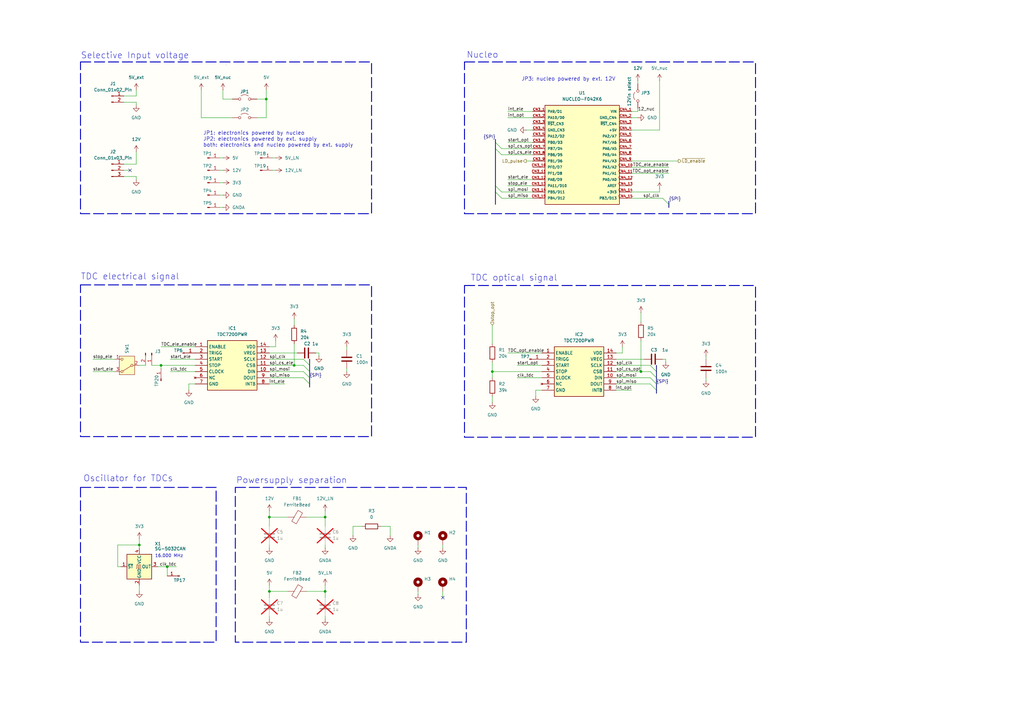
<source format=kicad_sch>
(kicad_sch (version 20231120) (generator "eeschema") (generator_version "8.0")
  (paper "A3")
  (title_block (title "Power, Nucleo, TDC") (rev "0.1") (comment 2 "schematics") (comment 3 "w.i.p.") (comment 8 "M. Schär"))
  (lib_symbols
    (symbol "Connector:Conn_01x01_Pin" (pin_names (offset 1.016) hide)
      (property "Reference" "J" (at 0 2.54 0))
      (property "Value" "Conn_01x01_Pin" (at 0 -2.54 0))
      (symbol "Conn_01x01_Pin_1_1"
        (polyline (pts (xy 1.27 0) (xy 0.8636 0)) (stroke (width 0.1524)))
        (rectangle (start 0.8636 0.127) (end 0 -0.127) (stroke (width 0.1524)) (fill (type outline)))
        (pin passive line (at 5.08 0 180) (length 3.81) (name "Pin_1") (number "1"))
      )
    )
    (symbol "Connector:Conn_01x02_Pin" (pin_names (offset 1.016) hide)
      (property "Reference" "J" (at 0 2.54 0))
      (property "Value" "Conn_01x02_Pin" (at 0 -5.08 0))
      (symbol "Conn_01x02_Pin_1_1"
        (polyline (pts (xy 1.27 -2.54) (xy 0.8636 -2.54)) (stroke (width 0.1524)))
        (polyline (pts (xy 1.27 0) (xy 0.8636 0)) (stroke (width 0.1524)))
        (rectangle (start 0.8636 -2.413) (end 0 -2.667) (stroke (width 0.1524)) (fill (type outline)))
        (rectangle (start 0.8636 0.127) (end 0 -0.127) (stroke (width 0.1524)) (fill (type outline)))
        (pin passive line (at 5.08 0 180) (length 3.81) (name "Pin_1") (number "1"))
        (pin passive line (at 5.08 -2.54 180) (length 3.81) (name "Pin_2") (number "2"))
      )
    )
    (symbol "Connector:Conn_01x03_Pin" (pin_names (offset 1.016) hide)
      (property "Reference" "J" (at 0 5.08 0))
      (property "Value" "Conn_01x03_Pin" (at 0 -5.08 0))
      (symbol "Conn_01x03_Pin_1_1"
        (polyline (pts (xy 1.27 -2.54) (xy 0.8636 -2.54)) (stroke (width 0.1524)))
        (polyline (pts (xy 1.27 0) (xy 0.8636 0)) (stroke (width 0.1524)))
        (polyline (pts (xy 1.27 2.54) (xy 0.8636 2.54)) (stroke (width 0.1524)))
        (rectangle (start 0.8636 -2.413) (end 0 -2.667) (stroke (width 0.1524)) (fill (type outline)))
        (rectangle (start 0.8636 0.127) (end 0 -0.127) (stroke (width 0.1524)) (fill (type outline)))
        (rectangle (start 0.8636 2.667) (end 0 2.413) (stroke (width 0.1524)) (fill (type outline)))
        (pin passive line (at 5.08 2.54 180) (length 3.81) (name "Pin_1") (number "1"))
        (pin passive line (at 5.08 0 180) (length 3.81) (name "Pin_2") (number "2"))
        (pin passive line (at 5.08 -2.54 180) (length 3.81) (name "Pin_3") (number "3"))
      )
    )
    (symbol "Device:C" (pin_numbers hide) (pin_names (offset 0.254))
      (property "Reference" "C" (at 0.635 2.54 0))
      (property "Value" "C" (at 0.635 -2.54 0))
      (symbol "C_0_1"
        (polyline (pts (xy -2.032 -0.762) (xy 2.032 -0.762)) (stroke (width 0.508)))
        (polyline (pts (xy -2.032 0.762) (xy 2.032 0.762)) (stroke (width 0.508)))
      )
      (symbol "C_1_1"
        (pin passive line (at 0 3.81 270) (length 2.794) (name "~") (number "1"))
        (pin passive line (at 0 -3.81 90) (length 2.794) (name "~") (number "2"))
      )
    )
    (symbol "Device:FerriteBead" (pin_numbers hide) (pin_names (offset 0))
      (property "Reference" "FB" (at -3.81 0.635 90))
      (property "Value" "FerriteBead" (at 3.81 0 90))
      (symbol "FerriteBead_0_1"
        (polyline (pts (xy 0 -1.27) (xy 0 -1.2192)))
        (polyline (pts (xy 0 1.27) (xy 0 1.2954)))
        (polyline (pts (xy -2.7686 0.4064) (xy -1.7018 2.2606) (xy 2.7686 -0.3048) (xy 1.6764 -2.159) (xy -2.7686 0.4064)))
      )
      (symbol "FerriteBead_1_1"
        (pin passive line (at 0 3.81 270) (length 2.54) (name "~") (number "1"))
        (pin passive line (at 0 -3.81 90) (length 2.54) (name "~") (number "2"))
      )
    )
    (symbol "Device:R" (pin_numbers hide) (pin_names (offset 0))
      (property "Reference" "R" (at 2.032 0 90))
      (property "Value" "R" (at 0 0 90))
      (symbol "R_0_1"
        (rectangle (start -1.016 -2.54) (end 1.016 2.54) (stroke (width 0.254)))
      )
      (symbol "R_1_1"
        (pin passive line (at 0 3.81 270) (length 1.27) (name "~") (number "1"))
        (pin passive line (at 0 -3.81 90) (length 1.27) (name "~") (number "2"))
      )
    )
    (symbol "Jumper:Jumper_2_Open" (pin_numbers hide) (pin_names (offset 0) hide) (exclude_from_sim yes)
      (property "Reference" "JP" (at 0 2.794 0))
      (property "Value" "Jumper_2_Open" (at 0 -2.286 0))
      (symbol "Jumper_2_Open_0_0"
        (circle (center -2.032 0) (radius 0.508))
        (circle (center 2.032 0) (radius 0.508))
      )
      (symbol "Jumper_2_Open_0_1"
        (arc (start 1.524 1.27) (mid 0 1.778) (end -1.524 1.27))
      )
      (symbol "Jumper_2_Open_1_1"
        (pin passive line (at -5.08 0 0) (length 2.54) (name "A") (number "1"))
        (pin passive line (at 5.08 0 180) (length 2.54) (name "B") (number "2"))
      )
    )
    (symbol "Mechanical:MountingHole_Pad" (pin_numbers hide) (pin_names (offset 1.016) hide) (exclude_from_sim yes) (in_bom no)
      (property "Reference" "H" (at 0 6.35 0))
      (property "Value" "MountingHole_Pad" (at 0 4.445 0))
      (symbol "MountingHole_Pad_0_1"
        (circle (center 0 1.27) (radius 1.27) (stroke (width 1.27)))
      )
      (symbol "MountingHole_Pad_1_1"
        (pin input line (at 0 -2.54 90) (length 2.54) (name "1") (number "1"))
      )
    )
    (symbol "NUCLEO-F042K6:NUCLEO-F042K6" (pin_names (offset 1.016))
      (property "Reference" "U" (at -15.24 21.082 0))
      (property "Value" "NUCLEO-F042K6" (at -15.24 -22.86 0))
      (symbol "NUCLEO-F042K6_0_0"
        (rectangle (start -15.24 -20.32) (end 15.24 20.32) (stroke (width 0.254)) (fill (type background)))
        (pin bidirectional line (at -20.32 17.78 0) (length 5.08) (name "PA9/D1") (number "CN3_1"))
        (pin bidirectional line (at -20.32 -5.08 0) (length 5.08) (name "PF0/D7") (number "CN3_10"))
        (pin bidirectional line (at -20.32 -7.62 0) (length 5.08) (name "PF1/D8") (number "CN3_11"))
        (pin bidirectional line (at -20.32 -10.16 0) (length 5.08) (name "PA8/D9") (number "CN3_12"))
        (pin bidirectional line (at -20.32 -12.7 0) (length 5.08) (name "PA11/D10") (number "CN3_13"))
        (pin bidirectional line (at -20.32 -15.24 0) (length 5.08) (name "PB5/D11") (number "CN3_14"))
        (pin bidirectional line (at -20.32 -17.78 0) (length 5.08) (name "PB4/D12") (number "CN3_15"))
        (pin bidirectional line (at -20.32 15.24 0) (length 5.08) (name "PA10/D0") (number "CN3_2"))
        (pin bidirectional line (at -20.32 12.7 0) (length 5.08) (name "~{RST}_CN3") (number "CN3_3"))
        (pin power_in line (at -20.32 10.16 0) (length 5.08) (name "GND_CN3") (number "CN3_4"))
        (pin bidirectional line (at -20.32 7.62 0) (length 5.08) (name "PA12/D2") (number "CN3_5"))
        (pin bidirectional line (at -20.32 5.08 0) (length 5.08) (name "PB0/D3") (number "CN3_6"))
        (pin bidirectional line (at -20.32 2.54 0) (length 5.08) (name "PB7/D4") (number "CN3_7"))
        (pin bidirectional line (at -20.32 0 0) (length 5.08) (name "PB6/D5") (number "CN3_8"))
        (pin bidirectional line (at -20.32 -2.54 0) (length 5.08) (name "PB1/D6") (number "CN3_9"))
        (pin power_in line (at 20.32 17.78 180) (length 5.08) (name "VIN") (number "CN4_1"))
        (pin bidirectional line (at 20.32 -5.08 180) (length 5.08) (name "PA3/A2") (number "CN4_10"))
        (pin bidirectional line (at 20.32 -7.62 180) (length 5.08) (name "PA1/A1") (number "CN4_11"))
        (pin bidirectional line (at 20.32 -10.16 180) (length 5.08) (name "PA0/A0") (number "CN4_12"))
        (pin input line (at 20.32 -12.7 180) (length 5.08) (name "AREF") (number "CN4_13"))
        (pin power_in line (at 20.32 -15.24 180) (length 5.08) (name "+3V3") (number "CN4_14"))
        (pin bidirectional line (at 20.32 -17.78 180) (length 5.08) (name "PB3/D13") (number "CN4_15"))
        (pin power_in line (at 20.32 15.24 180) (length 5.08) (name "GND_CN4") (number "CN4_2"))
        (pin bidirectional line (at 20.32 12.7 180) (length 5.08) (name "~{RST}_CN4") (number "CN4_3"))
        (pin power_in line (at 20.32 10.16 180) (length 5.08) (name "+5V") (number "CN4_4"))
        (pin bidirectional line (at 20.32 7.62 180) (length 5.08) (name "PA2/A7") (number "CN4_5"))
        (pin bidirectional line (at 20.32 5.08 180) (length 5.08) (name "PA7/A6") (number "CN4_6"))
        (pin bidirectional line (at 20.32 2.54 180) (length 5.08) (name "PA6/A5") (number "CN4_7"))
        (pin bidirectional line (at 20.32 0 180) (length 5.08) (name "PA5/A4") (number "CN4_8"))
        (pin bidirectional line (at 20.32 -2.54 180) (length 5.08) (name "PA4/A3") (number "CN4_9"))
      )
    )
    (symbol "Oscillator:SG-5032CAN" (pin_names (offset 0.254))
      (property "Reference" "X" (at -5.08 6.35 0))
      (property "Value" "SG-5032CAN" (at 1.27 -6.35 0))
      (symbol "SG-5032CAN_0_1"
        (rectangle (start -5.08 5.08) (end 5.08 -5.08) (stroke (width 0.254)) (fill (type background)))
        (polyline (pts (xy -1.27 -0.762) (xy -1.016 -0.762) (xy -1.016 0.762) (xy -0.508 0.762) (xy -0.508 -0.762) (xy 0 -0.762) (xy 0 0.762) (xy 0.508 0.762) (xy 0.508 -0.762) (xy 0.762 -0.762)))
      )
      (symbol "SG-5032CAN_1_1"
        (pin input line (at -7.62 0 0) (length 2.54) (name "~{ST}") (number "1"))
        (pin power_in line (at 0 -7.62 90) (length 2.54) (name "GND") (number "2"))
        (pin output line (at 7.62 0 180) (length 2.54) (name "OUT") (number "3"))
        (pin power_in line (at 0 7.62 270) (length 2.54) (name "VCC") (number "4"))
      )
    )
    (symbol "Switch:SW_Nidec_CAS-120A1" (pin_names (offset 1) hide)
      (property "Reference" "SW" (at 0 4.318 0))
      (property "Value" "SW_Nidec_CAS-120A1" (at 0 -5.08 0))
      (symbol "SW_Nidec_CAS-120A1_0_1"
        (circle (center -2.032 0) (radius 0.4572))
        (polyline (pts (xy -1.651 0.254) (xy 1.651 2.286)))
        (circle (center 2.032 -2.54) (radius 0.4572))
        (circle (center 2.032 2.54) (radius 0.4572))
      )
      (symbol "SW_Nidec_CAS-120A1_1_1"
        (rectangle (start -3.175 3.81) (end 3.175 -3.81) (fill (type background)))
        (pin passive line (at 5.08 -2.54 180) (length 2.54) (name "C") (number "1"))
        (pin passive line (at -5.08 0 0) (length 2.54) (name "B") (number "2"))
        (pin passive line (at 5.08 2.54 180) (length 2.54) (name "A") (number "3"))
      )
    )
    (symbol "TDC7200PWR:TDC7200PWR"
      (property "Reference" "IC" (at 26.67 7.62 0))
      (property "Value" "TDC7200PWR" (at 26.67 5.08 0))
      (symbol "TDC7200PWR_1_1"
        (rectangle (start 5.08 2.54) (end 25.4 -17.78) (stroke (width 0.254)) (fill (type background)))
        (pin passive line (at 0 0 0) (length 5.08) (name "ENABLE") (number "1"))
        (pin passive line (at 30.48 -10.16 180) (length 5.08) (name "DIN") (number "10"))
        (pin passive line (at 30.48 -7.62 180) (length 5.08) (name "CSB") (number "11"))
        (pin passive line (at 30.48 -5.08 180) (length 5.08) (name "SCLK") (number "12"))
        (pin passive line (at 30.48 -2.54 180) (length 5.08) (name "VREG") (number "13"))
        (pin passive line (at 30.48 0 180) (length 5.08) (name "VDD") (number "14"))
        (pin passive line (at 0 -2.54 0) (length 5.08) (name "TRIGG") (number "2"))
        (pin passive line (at 0 -5.08 0) (length 5.08) (name "START") (number "3"))
        (pin passive line (at 0 -7.62 0) (length 5.08) (name "STOP") (number "4"))
        (pin passive line (at 0 -10.16 0) (length 5.08) (name "CLOCK") (number "5"))
        (pin no_connect line (at 0 -12.7 0) (length 5.08) (name "NC") (number "6"))
        (pin passive line (at 0 -15.24 0) (length 5.08) (name "GND") (number "7"))
        (pin passive line (at 30.48 -15.24 180) (length 5.08) (name "INTB") (number "8"))
        (pin passive line (at 30.48 -12.7 180) (length 5.08) (name "DOUT") (number "9"))
      )
    )
    (symbol "power:+12V" (power) (pin_numbers hide) (pin_names (offset 0) hide)
      (property "Value" "+12V" (at 0 3.556 0))
      (symbol "+12V_0_1"
        (polyline (pts (xy -0.762 1.27) (xy 0 2.54)))
        (polyline (pts (xy 0 0) (xy 0 2.54)))
        (polyline (pts (xy 0 2.54) (xy 0.762 1.27)))
      )
      (symbol "+12V_1_1"
        (pin power_in line (at 0 0 90) (length 0) (name "~") (number "1"))
      )
    )
    (symbol "power:+5VP" (power) (pin_numbers hide) (pin_names (offset 0) hide)
      (property "Value" "+5VP" (at 0 3.556 0))
      (symbol "+5VP_0_1"
        (polyline (pts (xy -0.762 1.27) (xy 0 2.54)))
        (polyline (pts (xy 0 0) (xy 0 2.54)))
        (polyline (pts (xy 0 2.54) (xy 0.762 1.27)))
      )
      (symbol "+5VP_1_1"
        (pin power_in line (at 0 0 90) (length 0) (name "~") (number "1"))
      )
    )
    (symbol "power:GND" (power) (pin_numbers hide) (pin_names (offset 0) hide)
      (property "Value" "GND" (at 0 -3.81 0))
      (symbol "GND_0_1"
        (polyline (pts (xy 0 0) (xy 0 -1.27) (xy 1.27 -1.27) (xy 0 -2.54) (xy -1.27 -1.27) (xy 0 -1.27)))
      )
      (symbol "GND_1_1"
        (pin power_in line (at 0 0 270) (length 0) (name "~") (number "1"))
      )
    )
    (symbol "power:GNDA" (power) (pin_numbers hide) (pin_names (offset 0) hide)
      (property "Value" "GNDA" (at 0 -3.81 0))
      (symbol "GNDA_0_1"
        (polyline (pts (xy 0 0) (xy 0 -1.27) (xy 1.27 -1.27) (xy 0 -2.54) (xy -1.27 -1.27) (xy 0 -1.27)))
      )
      (symbol "GNDA_1_1"
        (pin power_in line (at 0 0 270) (length 0) (name "~") (number "1"))
      )
    )
  )
  (bus_alias "SPI" (members "spi_cs_opt" "spi_cs_ele" "spi_miso" "spi_mosi" "spi_clk"))
  (junction (at 109.22 40.64))
  (junction (at 133.35 212.09))
  (junction (at 120.65 149.86))
  (junction (at 66.04 149.86))
  (junction (at 68.58 232.41))
  (junction (at 110.49 212.09))
  (junction (at 201.93 152.4))
  (junction (at 262.89 152.4))
  (junction (at 110.49 242.57))
  (junction (at 57.15 223.52))
  (junction (at 133.35 242.57))
  (no_connect (at 53.34 69.85))
  (no_connect (at 181.61 245.11))
  (bus_entry (at 203.2 60.96) (size 2.54 2.54))
  (bus_entry (at 269.24 157.48) (size -2.54 -2.54))
  (bus_entry (at 203.2 78.74) (size 2.54 2.54))
  (bus_entry (at 203.2 76.2) (size 2.54 2.54))
  (bus_entry (at 269.24 160.02) (size -2.54 -2.54))
  (bus_entry (at 203.2 58.42) (size 2.54 2.54))
  (bus_entry (at 127 149.86) (size -2.54 -2.54))
  (bus_entry (at 269.24 152.4) (size -2.54 -2.54))
  (bus_entry (at 127 152.4) (size -2.54 -2.54))
  (bus_entry (at 269.24 154.94) (size -2.54 -2.54))
  (bus_entry (at 127 154.94) (size -2.54 -2.54))
  (bus_entry (at 127 157.48) (size -2.54 -2.54))
  (bus_entry (at 271.78 81.28) (size 2.54 2.54))
  (wire (pts (xy 208.28 45.72) (xy 218.44 45.72)))
  (wire (pts (xy 66.04 149.86) (xy 80.01 149.86)))
  (wire (pts (xy 64.77 232.41) (xy 68.58 232.41)))
  (wire (pts (xy 68.58 232.41) (xy 68.58 236.22)))
  (wire (pts (xy 215.9 53.34) (xy 218.44 53.34)))
  (wire (pts (xy 38.1 147.32) (xy 46.99 147.32)))
  (wire (pts (xy 208.28 73.66) (xy 218.44 73.66)))
  (bus (pts (xy 269.24 160.02) (xy 269.24 161.29)))
  (wire (pts (xy 133.35 242.57) (xy 133.35 245.11)))
  (wire (pts (xy 289.56 146.05) (xy 289.56 147.32)))
  (bus (pts (xy 127 157.48) (xy 127 158.75)))
  (wire (pts (xy 201.93 133.35) (xy 201.93 140.97)))
  (wire (pts (xy 148.59 215.9) (xy 144.78 215.9)))
  (wire (pts (xy 142.24 142.24) (xy 142.24 143.51)))
  (wire (pts (xy 50.8 39.37) (xy 55.88 39.37)))
  (wire (pts (xy 113.03 64.77) (xy 111.76 64.77)))
  (wire (pts (xy 48.26 232.41) (xy 49.53 232.41)))
  (wire (pts (xy 171.45 224.79) (xy 171.45 223.52)))
  (wire (pts (xy 259.08 68.58) (xy 274.32 68.58)))
  (wire (pts (xy 110.49 154.94) (xy 124.46 154.94)))
  (bus (pts (xy 127 147.32) (xy 127 149.86)))
  (wire (pts (xy 201.93 152.4) (xy 201.93 154.94)))
  (wire (pts (xy 222.25 160.02) (xy 219.71 160.02)))
  (wire (pts (xy 48.26 232.41) (xy 48.26 223.52)))
  (wire (pts (xy 91.44 64.77) (xy 90.17 64.77)))
  (bus (pts (xy 203.2 57.15) (xy 203.2 58.42)))
  (wire (pts (xy 205.74 60.96) (xy 218.44 60.96)))
  (bus (pts (xy 203.2 60.96) (xy 203.2 76.2)))
  (wire (pts (xy 208.28 144.78) (xy 222.25 144.78)))
  (bus (pts (xy 203.2 78.74) (xy 203.2 83.82)))
  (wire (pts (xy 252.73 144.78) (xy 255.27 144.78)))
  (bus (pts (xy 274.32 82.55) (xy 274.32 83.82)))
  (wire (pts (xy 57.15 240.03) (xy 57.15 242.57)))
  (wire (pts (xy 109.22 48.26) (xy 109.22 40.64)))
  (wire (pts (xy 259.08 71.12) (xy 274.32 71.12)))
  (wire (pts (xy 181.61 245.11) (xy 181.61 242.57)))
  (wire (pts (xy 55.88 67.31) (xy 55.88 62.23)))
  (bus (pts (xy 269.24 154.94) (xy 269.24 157.48)))
  (wire (pts (xy 110.49 144.78) (xy 121.92 144.78)))
  (wire (pts (xy 124.46 149.86) (xy 120.65 149.86)))
  (wire (pts (xy 55.88 39.37) (xy 55.88 36.83)))
  (wire (pts (xy 82.55 48.26) (xy 95.25 48.26)))
  (wire (pts (xy 270.51 53.34) (xy 270.51 33.02)))
  (wire (pts (xy 38.1 152.4) (xy 46.99 152.4)))
  (wire (pts (xy 110.49 212.09) (xy 118.11 212.09)))
  (wire (pts (xy 110.49 209.55) (xy 110.49 212.09)))
  (wire (pts (xy 91.44 36.83) (xy 91.44 40.64)))
  (wire (pts (xy 266.7 152.4) (xy 262.89 152.4)))
  (wire (pts (xy 109.22 40.64) (xy 109.22 36.83)))
  (wire (pts (xy 48.26 223.52) (xy 57.15 223.52)))
  (wire (pts (xy 273.05 147.32) (xy 271.78 147.32)))
  (wire (pts (xy 212.09 154.94) (xy 222.25 154.94)))
  (bus (pts (xy 127 152.4) (xy 127 154.94)))
  (wire (pts (xy 82.55 36.83) (xy 82.55 48.26)))
  (bus (pts (xy 274.32 83.82) (xy 274.32 85.09)))
  (wire (pts (xy 201.93 162.56) (xy 201.93 165.1)))
  (wire (pts (xy 273.05 148.59) (xy 273.05 147.32)))
  (wire (pts (xy 266.7 154.94) (xy 252.73 154.94)))
  (wire (pts (xy 53.34 69.85) (xy 50.8 69.85)))
  (wire (pts (xy 201.93 152.4) (xy 201.93 148.59)))
  (wire (pts (xy 261.62 48.26) (xy 259.08 48.26)))
  (wire (pts (xy 110.49 242.57) (xy 110.49 240.03)))
  (wire (pts (xy 57.15 149.86) (xy 59.69 149.86)))
  (bus (pts (xy 203.2 58.42) (xy 203.2 60.96)))
  (wire (pts (xy 252.73 160.02) (xy 259.08 160.02)))
  (wire (pts (xy 91.44 40.64) (xy 95.25 40.64)))
  (wire (pts (xy 120.65 140.97) (xy 120.65 149.86)))
  (wire (pts (xy 91.44 74.93) (xy 90.17 74.93)))
  (wire (pts (xy 113.03 142.24) (xy 113.03 139.7)))
  (wire (pts (xy 62.23 149.86) (xy 66.04 149.86)))
  (wire (pts (xy 261.62 45.72) (xy 261.62 44.45)))
  (wire (pts (xy 125.73 242.57) (xy 133.35 242.57)))
  (wire (pts (xy 252.73 157.48) (xy 266.7 157.48)))
  (wire (pts (xy 110.49 212.09) (xy 110.49 215.9)))
  (wire (pts (xy 130.81 146.05) (xy 130.81 144.78)))
  (wire (pts (xy 181.61 224.79) (xy 181.61 223.52)))
  (wire (pts (xy 259.08 81.28) (xy 271.78 81.28)))
  (bus (pts (xy 269.24 157.48) (xy 269.24 160.02)))
  (wire (pts (xy 142.24 151.13) (xy 142.24 152.4)))
  (wire (pts (xy 144.78 215.9) (xy 144.78 219.71)))
  (wire (pts (xy 262.89 139.7) (xy 262.89 152.4)))
  (wire (pts (xy 105.41 48.26) (xy 109.22 48.26)))
  (wire (pts (xy 205.74 63.5) (xy 218.44 63.5)))
  (wire (pts (xy 120.65 130.81) (xy 120.65 133.35)))
  (bus (pts (xy 203.2 76.2) (xy 203.2 78.74)))
  (wire (pts (xy 259.08 78.74) (xy 270.51 78.74)))
  (wire (pts (xy 208.28 58.42) (xy 218.44 58.42)))
  (wire (pts (xy 270.51 78.74) (xy 270.51 77.47)))
  (wire (pts (xy 69.85 152.4) (xy 80.01 152.4)))
  (wire (pts (xy 133.35 224.79) (xy 133.35 223.52)))
  (wire (pts (xy 68.58 232.41) (xy 72.39 232.41)))
  (wire (pts (xy 55.88 73.66) (xy 55.88 72.39)))
  (bus (pts (xy 127 154.94) (xy 127 157.48)))
  (wire (pts (xy 133.35 212.09) (xy 133.35 215.9)))
  (wire (pts (xy 208.28 76.2) (xy 218.44 76.2)))
  (wire (pts (xy 120.65 149.86) (xy 110.49 149.86)))
  (wire (pts (xy 55.88 43.18) (xy 55.88 41.91)))
  (wire (pts (xy 255.27 144.78) (xy 255.27 142.24)))
  (wire (pts (xy 130.81 144.78) (xy 129.54 144.78)))
  (wire (pts (xy 110.49 254) (xy 110.49 252.73)))
  (wire (pts (xy 205.74 78.74) (xy 218.44 78.74)))
  (wire (pts (xy 124.46 152.4) (xy 110.49 152.4)))
  (wire (pts (xy 110.49 242.57) (xy 110.49 245.11)))
  (wire (pts (xy 55.88 41.91) (xy 50.8 41.91)))
  (wire (pts (xy 57.15 223.52) (xy 57.15 224.79)))
  (wire (pts (xy 133.35 242.57) (xy 133.35 240.03)))
  (wire (pts (xy 91.44 85.09) (xy 90.17 85.09)))
  (wire (pts (xy 171.45 243.84) (xy 171.45 242.57)))
  (wire (pts (xy 289.56 154.94) (xy 289.56 156.21)))
  (wire (pts (xy 160.02 215.9) (xy 156.21 215.9)))
  (wire (pts (xy 91.44 69.85) (xy 90.17 69.85)))
  (wire (pts (xy 110.49 142.24) (xy 113.03 142.24)))
  (wire (pts (xy 259.08 45.72) (xy 261.62 45.72)))
  (bus (pts (xy 127 149.86) (xy 127 152.4)))
  (wire (pts (xy 252.73 147.32) (xy 264.16 147.32)))
  (wire (pts (xy 133.35 212.09) (xy 133.35 209.55)))
  (wire (pts (xy 105.41 40.64) (xy 109.22 40.64)))
  (wire (pts (xy 110.49 157.48) (xy 116.84 157.48)))
  (wire (pts (xy 259.08 53.34) (xy 270.51 53.34)))
  (wire (pts (xy 208.28 48.26) (xy 218.44 48.26)))
  (wire (pts (xy 50.8 67.31) (xy 55.88 67.31)))
  (wire (pts (xy 77.47 157.48) (xy 80.01 157.48)))
  (wire (pts (xy 110.49 147.32) (xy 124.46 147.32)))
  (wire (pts (xy 57.15 220.98) (xy 57.15 223.52)))
  (bus (pts (xy 269.24 152.4) (xy 269.24 154.94)))
  (wire (pts (xy 205.74 81.28) (xy 218.44 81.28)))
  (wire (pts (xy 113.03 69.85) (xy 111.76 69.85)))
  (wire (pts (xy 215.9 66.04) (xy 218.44 66.04)))
  (wire (pts (xy 118.11 242.57) (xy 110.49 242.57)))
  (wire (pts (xy 133.35 254) (xy 133.35 252.73)))
  (wire (pts (xy 219.71 160.02) (xy 219.71 162.56)))
  (wire (pts (xy 69.85 147.32) (xy 80.01 147.32)))
  (wire (pts (xy 262.89 152.4) (xy 252.73 152.4)))
  (wire (pts (xy 259.08 66.04) (xy 278.13 66.04)))
  (wire (pts (xy 160.02 219.71) (xy 160.02 215.9)))
  (wire (pts (xy 261.62 33.02) (xy 261.62 34.29)))
  (wire (pts (xy 77.47 157.48) (xy 77.47 160.02)))
  (bus (pts (xy 269.24 149.86) (xy 269.24 152.4)))
  (wire (pts (xy 55.88 72.39) (xy 50.8 72.39)))
  (wire (pts (xy 262.89 128.27) (xy 262.89 132.08)))
  (wire (pts (xy 252.73 149.86) (xy 266.7 149.86)))
  (wire (pts (xy 125.73 212.09) (xy 133.35 212.09)))
  (wire (pts (xy 110.49 224.79) (xy 110.49 223.52)))
  (wire (pts (xy 222.25 152.4) (xy 201.93 152.4)))
  (wire (pts (xy 66.04 142.24) (xy 80.01 142.24)))
  (wire (pts (xy 91.44 80.01) (xy 90.17 80.01)))
  (wire (pts (xy 66.04 151.13) (xy 66.04 149.86)))
  (wire (pts (xy 212.09 149.86) (xy 222.25 149.86)))
  (rectangle (start 96.52 199.898) (end 191.262 263.398) (stroke (width 0.381) (type dash)) (fill (type color) (color 239 222 27 0.03)))
  (rectangle (start 190.5 117.094) (end 309.88 179.324) (stroke (width 0.381) (type dash)) (fill (type color) (color 239 222 27 0.03)))
  (rectangle (start 33.02 116.84) (end 152.4 179.07) (stroke (width 0.381) (type dash)) (fill (type color) (color 239 222 27 0.03)))
  (rectangle (start 190.5 25.4) (end 309.88 87.63) (stroke (width 0.381) (type dash)) (fill (type color) (color 239 222 27 0.03)))
  (rectangle (start 92.71 26.67) (end 92.71 26.67))
  (rectangle (start 33.02 199.898) (end 88.646 263.398) (stroke (width 0.381) (type dash)) (fill (type color) (color 239 222 27 0.03)))
  (rectangle (start 33.02 25.4) (end 152.4 87.63) (stroke (width 0.381) (type dash)) (fill (type color) (color 239 222 27 0.03)))
  (text "Powersupply separation" (at 119.634 197.104 0) (effects (font (size 2.54 2.54))))
  (text "Oscillator for TDCs" (at 52.578 196.342 0) (effects (font (size 2.54 2.54))))
  (text "Nucleo" (at 197.866 22.606 0) (effects (font (size 2.54 2.54))))
  (text "JP1: electronics powered by nucleo\nJP2: electronics powered by ext. supply\nboth: electronics and nucleo powered by ext. supply" (at 83.312 57.15 0) (effects (font (size 1.524 1.524)) (justify left)))
  (text "TDC optical signal" (at 210.82 114.046 0) (effects (font (size 2.54 2.54))))
  (text "Selective Input voltage" (at 55.372 22.86 0) (effects (font (size 2.54 2.54))))
  (text "16.000 MHz" (at 69.342 228.092 0) (effects (font (size 1.27 1.27))))
  (text "JP3: nucleo powered by ext. 12V" (at 213.868 32.512 0) (effects (font (size 1.524 1.524)) (justify left)))
  (text "TDC electrical signal" (at 53.34 113.538 0) (effects (font (size 2.54 2.54))))
  (label "spi_cs_ele" (at 110.49 149.86 0))
  (label "spi_mosi" (at 252.73 154.94 0))
  (label "{SPI}" (at 274.32 82.55 0))
  (label "spi_cs_ele" (at 208.28 63.5 0))
  (label "spi_clk" (at 252.73 149.86 0))
  (label "TDC_ele_enable" (at 66.04 142.24 0))
  (label "start_ele" (at 38.1 152.4 0))
  (label "int_opt" (at 259.08 160.02 180))
  (label "spi_clk" (at 110.49 147.32 0))
  (label "TDC_ele_enable" (at 274.32 68.58 180))
  (label "spi_cs_opt" (at 252.73 152.4 0))
  (label "TDC_opt_enable" (at 274.32 71.12 180))
  (label "start_ele" (at 69.85 147.32 0))
  (label "start_opt" (at 208.28 58.42 0))
  (label "spi_mosi" (at 110.49 152.4 0))
  (label "clk_tdc" (at 69.85 152.4 0))
  (label "spi_cs_opt" (at 208.28 60.96 0))
  (label "spi_miso" (at 110.49 154.94 0))
  (label "{SPI}" (at 127 154.94 0))
  (label "int_opt" (at 208.28 48.26 0))
  (label "int_ele" (at 116.84 157.48 180))
  (label "12_nuc" (at 261.62 45.72 0))
  (label "spi_miso" (at 208.28 81.28 0))
  (label "spi_clk" (at 270.51 81.28 180))
  (label "{SPI}" (at 203.2 57.15 180))
  (label "spi_mosi" (at 208.28 78.74 0))
  (label "start_ele" (at 208.28 73.66 0))
  (label "clk_tdc" (at 72.39 232.41 180))
  (label "int_ele" (at 208.28 45.72 0))
  (label "spi_miso" (at 252.73 157.48 0))
  (label "clk_tdc" (at 212.09 154.94 0))
  (label "{SPI}" (at 269.24 157.48 0))
  (label "start_opt" (at 212.09 149.86 0))
  (label "TDC_opt_enable" (at 208.28 144.78 0))
  (label "stop_ele" (at 208.28 76.2 0))
  (label "stop_ele" (at 38.1 147.32 0))
  (hierarchical_label "~{LD_enable}" (shape output) (at 278.13 66.04 0))
  (hierarchical_label "stop_opt" (shape input) (at 201.93 133.35 90))
  (hierarchical_label "LD_pulse" (shape output) (at 215.9 66.04 180))
  (symbol (lib_id "power:+5VP") (at 91.44 64.77 270) (unit 1)
    (property "Reference" "#PWR066" (effects (hide yes)))
    (property "Value" "5V" (at 95.25 64.7699 90) (effects (justify left)))
    (property "Description" "Power symbol creates a global label with name \"+5VP\"" (effects (hide yes)))
  )
  (symbol (lib_id "power:GND") (at 144.78 219.71 0) (unit 1)
    (property "Reference" "#PWR046" (effects (hide yes)))
    (property "Value" "GND" (at 144.78 224.79 0))
    (property "Description" "Power symbol creates a global label with name \"GND\" , ground" (effects (hide yes)))
  )
  (symbol (lib_id "TDC7200PWR:TDC7200PWR") (at 80.01 142.24 0) (unit 1)
    (property "Reference" "IC1" (at 95.25 134.62 0))
    (property "Value" "TDC7200PWR" (at 95.25 137.16 0))
    (property "Footprint" "SOP65P640X120-14N" (effects (hide yes)))
    (property "Datasheet" "http://www.ti.com/lit/gpn/tdc7200" (effects (hide yes)))
    (property "Description" "Time-to-Digital Converter for Time-of-Flight Applications in LIDAR, Magnetostrictive and Flow Meters" (effects (hide yes)))
    (property "Height" "1.2" (effects (hide yes)))
    (property "Mouser Part Number" "595-TDC7200PWR" (effects (hide yes)))
    (property "Mouser Price/Stock" "https://www.mouser.co.uk/ProductDetail/Texas-Instruments/TDC7200PWR?qs=Q2snjRlG%2FBJNiMilyUsr3A%3D%3D" (effects (hide yes)))
    (property "Manufacturer_Name" "Texas Instruments" (effects (hide yes)))
    (property "Manufacturer_Part_Number" "TDC7200PWR" (effects (hide yes)))
  )
  (symbol (lib_id "power:GND") (at 215.9 53.34 270) (unit 1)
    (property "Reference" "#PWR020" (effects (hide yes)))
    (property "Value" "GND" (at 212.09 53.3399 90) (effects (justify right)))
    (property "Description" "Power symbol creates a global label with name \"GND\" , ground" (effects (hide yes)))
  )
  (symbol (lib_id "Device:C") (at 267.97 147.32 90) (unit 1)
    (property "Reference" "C3" (at 268.224 143.51 90))
    (property "Value" "1u" (at 272.796 143.51 90))
    (property "Footprint" "Capacitor_SMD:C_0402_1005Metric_Pad0.74x0.62mm_HandSolder" (effects (hide yes)))
    (property "Description" "Unpolarized capacitor" (effects (hide yes)))
  )
  (symbol (lib_id "Device:FerriteBead") (at 121.92 242.57 90) (unit 1)
    (property "Reference" "FB2" (at 121.8692 234.95 90))
    (property "Value" "FerriteBead" (at 121.8692 237.49 90))
    (property "Footprint" "Inductor_SMD:L_0402_1005Metric_Pad0.77x0.64mm_HandSolder" (effects (hide yes)))
    (property "Description" "Ferrite bead" (effects (hide yes)))
  )
  (symbol (lib_id "power:+12V") (at 113.03 69.85 270) (unit 1)
    (property "Reference" "#PWR076" (effects (hide yes)))
    (property "Value" "12V_LN" (at 116.84 69.8499 90) (effects (justify left)))
    (property "Description" "Power symbol creates a global label with name \"+12V\"" (effects (hide yes)))
  )
  (symbol (lib_id "power:+5VP") (at 255.27 142.24 0) (unit 1)
    (property "Reference" "#PWR022" (effects (hide yes)))
    (property "Value" "3V3" (at 255.27 137.16 0))
    (property "Description" "Power symbol creates a global label with name \"+5VP\"" (effects (hide yes)))
  )
  (symbol (lib_id "Connector:Conn_01x01_Pin") (at 106.68 69.85 0) (unit 1)
    (property "Reference" "TP19" (at 106.68 68.072 0))
    (property "Value" "Conn_01x01_Pin" (effects (hide yes)))
    (property "Footprint" "Connector_PinHeader_2.54mm:PinHeader_1x01_P2.54mm_Vertical" (effects (hide yes)))
    (property "Description" "Generic connector, single row, 01x01, script generated" (effects (hide yes)))
  )
  (symbol (lib_id "Switch:SW_Nidec_CAS-120A1") (at 52.07 149.86 180) (unit 1)
    (property "Reference" "SW1" (at 52.07 145.034 90) (effects (justify right)))
    (property "Value" "SW_Nidec_CAS-120A1" (effects (hide yes)))
    (property "Footprint" "Button_Switch_SMD:Nidec_Copal_CAS-120A" (effects (hide yes)))
    (property "Datasheet" "https://www.nidec-components.com/e/catalog/switch/cas.pdf" (effects (hide yes)))
    (property "Description" "Switch, single pole double throw" (effects (hide yes)))
  )
  (symbol (lib_id "power:+5VP") (at 270.51 77.47 0) (unit 1)
    (property "Reference" "#PWR010" (effects (hide yes)))
    (property "Value" "3V3" (at 270.51 72.39 0))
    (property "Description" "Power symbol creates a global label with name \"+5VP\"" (effects (hide yes)))
  )
  (symbol (lib_id "Connector:Conn_01x02_Pin") (at 45.72 39.37 0) (unit 1)
    (property "Reference" "J1" (at 46.355 34.29 0))
    (property "Value" "Conn_01x02_Pin" (at 46.355 36.83 0))
    (property "Footprint" "Connector_Molex:Molex_KK-254_AE-6410-02A_1x02_P2.54mm_Vertical" (effects (hide yes)))
    (property "Description" "Generic connector, single row, 01x02, script generated" (effects (hide yes)))
  )
  (symbol (lib_id "Device:C") (at 289.56 151.13 0) (unit 1)
    (property "Reference" "C4" (at 293.37 149.8599 0) (effects (justify left)))
    (property "Value" "100n" (at 293.37 152.3999 0) (effects (justify left)))
    (property "Footprint" "Capacitor_SMD:C_0402_1005Metric_Pad0.74x0.62mm_HandSolder" (effects (hide yes)))
    (property "Description" "Unpolarized capacitor" (effects (hide yes)))
  )
  (symbol (lib_id "power:+5VP") (at 120.65 130.81 0) (unit 1)
    (property "Reference" "#PWR077" (effects (hide yes)))
    (property "Value" "3V3" (at 120.65 125.73 0))
    (property "Description" "Power symbol creates a global label with name \"+5VP\"" (effects (hide yes)))
  )
  (symbol (lib_id "power:+5VP") (at 110.49 240.03 0) (unit 1)
    (property "Reference" "#PWR045" (effects (hide yes)))
    (property "Value" "5V" (at 110.49 234.95 0))
    (property "Description" "Power symbol creates a global label with name \"+5VP\"" (effects (hide yes)))
  )
  (symbol (lib_id "Connector:Conn_01x01_Pin") (at 85.09 74.93 0) (unit 1)
    (property "Reference" "TP3" (at 85.09 73.152 0))
    (property "Value" "Conn_01x01_Pin" (effects (hide yes)))
    (property "Footprint" "Connector_PinHeader_2.54mm:PinHeader_1x01_P2.54mm_Vertical" (effects (hide yes)))
    (property "Description" "Generic connector, single row, 01x01, script generated" (effects (hide yes)))
  )
  (symbol (lib_id "Connector:Conn_01x02_Pin") (at 62.23 144.78 270) (unit 1)
    (property "Reference" "J3" (at 63.5 144.1449 90) (effects (justify left)))
    (property "Value" "Conn_01x02_Pin" (effects (hide yes)))
    (property "Footprint" "Connector_Molex:Molex_KK-254_AE-6410-02A_1x02_P2.54mm_Vertical" (effects (hide yes)))
    (property "Description" "Generic connector, single row, 01x02, script generated" (effects (hide yes)))
  )
  (symbol (lib_id "Device:C") (at 133.35 248.92 180) (unit 1) (dnp yes)
    (property "Reference" "C8" (at 137.668 247.396 0))
    (property "Value" "1u" (at 137.668 249.936 0))
    (property "Footprint" "Capacitor_SMD:C_0402_1005Metric_Pad0.74x0.62mm_HandSolder" (effects (hide yes)))
    (property "Description" "Unpolarized capacitor" (effects (hide yes)))
  )
  (symbol (lib_id "power:GND") (at 110.49 254 0) (unit 1)
    (property "Reference" "#PWR080" (effects (hide yes)))
    (property "Value" "GND" (at 110.49 259.08 0))
    (property "Description" "Power symbol creates a global label with name \"GND\" , ground" (effects (hide yes)))
  )
  (symbol (lib_id "power:GND") (at 91.44 80.01 90) (unit 1)
    (property "Reference" "#PWR068" (effects (hide yes)))
    (property "Value" "GND" (at 95.25 80.0099 90) (effects (justify right)))
    (property "Description" "Power symbol creates a global label with name \"GND\" , ground" (effects (hide yes)))
  )
  (symbol (lib_id "Device:C") (at 133.35 219.71 180) (unit 1) (dnp yes)
    (property "Reference" "C6" (at 137.668 218.186 0))
    (property "Value" "1u" (at 137.668 220.726 0))
    (property "Footprint" "Capacitor_SMD:C_0402_1005Metric_Pad0.74x0.62mm_HandSolder" (effects (hide yes)))
    (property "Description" "Unpolarized capacitor" (effects (hide yes)))
  )
  (symbol (lib_id "TDC7200PWR:TDC7200PWR") (at 222.25 144.78 0) (unit 1)
    (property "Reference" "IC2" (at 237.49 137.16 0))
    (property "Value" "TDC7200PWR" (at 237.49 139.7 0))
    (property "Footprint" "SOP65P640X120-14N" (effects (hide yes)))
    (property "Datasheet" "http://www.ti.com/lit/gpn/tdc7200" (effects (hide yes)))
    (property "Description" "Time-to-Digital Converter for Time-of-Flight Applications in LIDAR, Magnetostrictive and Flow Meters" (effects (hide yes)))
    (property "Height" "1.2" (effects (hide yes)))
    (property "Mouser Part Number" "595-TDC7200PWR" (effects (hide yes)))
    (property "Mouser Price/Stock" "https://www.mouser.co.uk/ProductDetail/Texas-Instruments/TDC7200PWR?qs=Q2snjRlG%2FBJNiMilyUsr3A%3D%3D" (effects (hide yes)))
    (property "Manufacturer_Name" "Texas Instruments" (effects (hide yes)))
    (property "Manufacturer_Part_Number" "TDC7200PWR" (effects (hide yes)))
  )
  (symbol (lib_id "power:GND") (at 55.88 43.18 0) (unit 1)
    (property "Reference" "#PWR03" (effects (hide yes)))
    (property "Value" "GND" (at 55.88 48.26 0))
    (property "Description" "Power symbol creates a global label with name \"GND\" , ground" (effects (hide yes)))
  )
  (symbol (lib_id "power:+5VP") (at 289.56 146.05 0) (unit 1)
    (property "Reference" "#PWR024" (effects (hide yes)))
    (property "Value" "3V3" (at 289.56 140.97 0))
    (property "Description" "Power symbol creates a global label with name \"+5VP\"" (effects (hide yes)))
  )
  (symbol (lib_id "power:GND") (at 130.81 146.05 0) (unit 1)
    (property "Reference" "#PWR019" (effects (hide yes)))
    (property "Value" "GND" (at 130.81 151.13 0))
    (property "Description" "Power symbol creates a global label with name \"GND\" , ground" (effects (hide yes)))
  )
  (symbol (lib_id "power:+12V") (at 91.44 69.85 270) (unit 1)
    (property "Reference" "#PWR067" (effects (hide yes)))
    (property "Value" "12V" (at 95.25 69.8499 90) (effects (justify left)))
    (property "Description" "Power symbol creates a global label with name \"+12V\"" (effects (hide yes)))
  )
  (symbol (lib_id "power:+5VP") (at 262.89 128.27 0) (unit 1)
    (property "Reference" "#PWR074" (effects (hide yes)))
    (property "Value" "3V3" (at 262.89 123.19 0))
    (property "Description" "Power symbol creates a global label with name \"+5VP\"" (effects (hide yes)))
  )
  (symbol (lib_id "power:GND") (at 55.88 73.66 0) (unit 1)
    (property "Reference" "#PWR02" (effects (hide yes)))
    (property "Value" "GND" (at 55.88 78.74 0))
    (property "Description" "Power symbol creates a global label with name \"GND\" , ground" (effects (hide yes)))
  )
  (symbol (lib_id "power:+5VP") (at 57.15 220.98 0) (unit 1)
    (property "Reference" "#PWR011" (effects (hide yes)))
    (property "Value" "3V3" (at 57.15 215.9 0))
    (property "Description" "Power symbol creates a global label with name \"+5VP\"" (effects (hide yes)))
  )
  (symbol (lib_id "power:+5VP") (at 109.22 36.83 0) (unit 1)
    (property "Reference" "#PWR06" (effects (hide yes)))
    (property "Value" "5V" (at 109.22 31.75 0))
    (property "Description" "Power symbol creates a global label with name \"+5VP\"" (effects (hide yes)))
  )
  (symbol (lib_id "power:GND") (at 219.71 162.56 0) (unit 1)
    (property "Reference" "#PWR016" (effects (hide yes)))
    (property "Value" "GND" (at 219.71 167.64 0))
    (property "Description" "Power symbol creates a global label with name \"GND\" , ground" (effects (hide yes)))
  )
  (symbol (lib_id "Connector:Conn_01x01_Pin") (at 85.09 85.09 0) (unit 1)
    (property "Reference" "TP5" (at 85.09 83.312 0))
    (property "Value" "Conn_01x01_Pin" (effects (hide yes)))
    (property "Footprint" "Connector_PinHeader_2.54mm:PinHeader_1x01_P2.54mm_Vertical" (effects (hide yes)))
    (property "Description" "Generic connector, single row, 01x01, script generated" (effects (hide yes)))
  )
  (symbol (lib_id "power:GNDA") (at 133.35 224.79 0) (unit 1)
    (property "Reference" "#PWR079" (effects (hide yes)))
    (property "Value" "GNDA" (at 133.35 229.87 0))
    (property "Description" "Power symbol creates a global label with name \"GNDA\" , analog ground" (effects (hide yes)))
  )
  (symbol (lib_id "Mechanical:MountingHole_Pad") (at 171.45 240.03 0) (unit 1) (exclude_from_sim yes) (in_bom no)
    (property "Reference" "H3" (at 173.99 237.4899 0) (effects (justify left)))
    (property "Value" "MountingHole_Pad" (effects (hide yes)))
    (property "Footprint" "MountingHole:MountingHole_3.2mm_M3_DIN965_Pad_TopBottom" (effects (hide yes)))
    (property "Description" "Mounting Hole with connection" (effects (hide yes)))
  )
  (symbol (lib_id "power:GND") (at 273.05 148.59 0) (unit 1)
    (property "Reference" "#PWR023" (effects (hide yes)))
    (property "Value" "GND" (at 273.05 153.67 0))
    (property "Description" "Power symbol creates a global label with name \"GND\" , ground" (effects (hide yes)))
  )
  (symbol (lib_id "Device:C") (at 142.24 147.32 0) (unit 1)
    (property "Reference" "C1" (at 146.05 146.0499 0) (effects (justify left)))
    (property "Value" "100n" (at 146.05 148.5899 0) (effects (justify left)))
    (property "Footprint" "Capacitor_SMD:C_0402_1005Metric_Pad0.74x0.62mm_HandSolder" (effects (hide yes)))
    (property "Description" "Unpolarized capacitor" (effects (hide yes)))
  )
  (symbol (lib_id "power:GND") (at 201.93 165.1 0) (unit 1)
    (property "Reference" "#PWR013" (effects (hide yes)))
    (property "Value" "GND" (at 201.93 170.18 0))
    (property "Description" "Power symbol creates a global label with name \"GND\" , ground" (effects (hide yes)))
  )
  (symbol (lib_id "power:+12V") (at 110.49 209.55 0) (unit 1)
    (property "Reference" "#PWR044" (effects (hide yes)))
    (property "Value" "12V" (at 110.49 204.47 0))
    (property "Description" "Power symbol creates a global label with name \"+12V\"" (effects (hide yes)))
  )
  (symbol (lib_id "Device:R") (at 120.65 137.16 0) (unit 1)
    (property "Reference" "R4" (at 123.19 135.8899 0) (effects (justify left)))
    (property "Value" "20k" (at 123.19 138.4299 0) (effects (justify left)))
    (property "Footprint" "Resistor_SMD:R_0402_1005Metric_Pad0.72x0.64mm_HandSolder" (effects (hide yes)))
    (property "Description" "Resistor" (effects (hide yes)))
  )
  (symbol (lib_id "power:GND") (at 77.47 160.02 0) (unit 1)
    (property "Reference" "#PWR015" (effects (hide yes)))
    (property "Value" "GND" (at 77.47 165.1 0))
    (property "Description" "Power symbol creates a global label with name \"GND\" , ground" (effects (hide yes)))
  )
  (symbol (lib_id "Mechanical:MountingHole_Pad") (at 171.45 220.98 0) (unit 1) (exclude_from_sim yes) (in_bom no)
    (property "Reference" "H1" (at 173.99 218.4399 0) (effects (justify left)))
    (property "Value" "MountingHole_Pad" (effects (hide yes)))
    (property "Footprint" "MountingHole:MountingHole_3.2mm_M3_DIN965_Pad_TopBottom" (effects (hide yes)))
    (property "Description" "Mounting Hole with connection" (effects (hide yes)))
  )
  (symbol (lib_id "power:GND") (at 57.15 242.57 0) (unit 1)
    (property "Reference" "#PWR014" (effects (hide yes)))
    (property "Value" "GND" (at 57.15 247.65 0))
    (property "Description" "Power symbol creates a global label with name \"GND\" , ground" (effects (hide yes)))
  )
  (symbol (lib_id "power:+5VP") (at 91.44 74.93 270) (unit 1)
    (property "Reference" "#PWR070" (effects (hide yes)))
    (property "Value" "3V3" (at 95.25 74.9299 90) (effects (justify left)))
    (property "Description" "Power symbol creates a global label with name \"+5VP\"" (effects (hide yes)))
  )
  (symbol (lib_id "Device:C") (at 125.73 144.78 90) (unit 1)
    (property "Reference" "C2" (at 125.984 140.97 90))
    (property "Value" "1u" (at 129.286 140.97 90))
    (property "Footprint" "Capacitor_SMD:C_0402_1005Metric_Pad0.74x0.62mm_HandSolder" (effects (hide yes)))
    (property "Description" "Unpolarized capacitor" (effects (hide yes)))
  )
  (symbol (lib_id "power:GND") (at 171.45 224.79 0) (unit 1)
    (property "Reference" "#PWR071" (effects (hide yes)))
    (property "Value" "GND" (at 171.45 229.87 0))
    (property "Description" "Power symbol creates a global label with name \"GND\" , ground" (effects (hide yes)))
  )
  (symbol (lib_id "power:GND") (at 110.49 224.79 0) (unit 1)
    (property "Reference" "#PWR078" (effects (hide yes)))
    (property "Value" "GND" (at 110.49 229.87 0))
    (property "Description" "Power symbol creates a global label with name \"GND\" , ground" (effects (hide yes)))
  )
  (symbol (lib_id "Mechanical:MountingHole_Pad") (at 181.61 220.98 0) (unit 1) (exclude_from_sim yes) (in_bom no)
    (property "Reference" "H2" (at 184.15 218.4399 0) (effects (justify left)))
    (property "Value" "MountingHole_Pad" (effects (hide yes)))
    (property "Footprint" "MountingHole:MountingHole_3.2mm_M3_DIN965_Pad_TopBottom" (effects (hide yes)))
    (property "Description" "Mounting Hole with connection" (effects (hide yes)))
  )
  (symbol (lib_id "power:GNDA") (at 133.35 254 0) (unit 1)
    (property "Reference" "#PWR081" (effects (hide yes)))
    (property "Value" "GNDA" (at 133.35 259.08 0))
    (property "Description" "Power symbol creates a global label with name \"GNDA\" , analog ground" (effects (hide yes)))
  )
  (symbol (lib_id "power:+5VP") (at 55.88 36.83 0) (unit 1)
    (property "Reference" "#PWR04" (effects (hide yes)))
    (property "Value" "5V_ext" (at 55.88 31.75 0))
    (property "Description" "Power symbol creates a global label with name \"+5VP\"" (effects (hide yes)))
  )
  (symbol (lib_id "power:+12V") (at 55.88 62.23 0) (unit 1)
    (property "Reference" "#PWR01" (effects (hide yes)))
    (property "Value" "12V" (at 55.88 57.15 0))
    (property "Description" "Power symbol creates a global label with name \"+12V\"" (effects (hide yes)))
  )
  (symbol (lib_id "Connector:Conn_01x01_Pin") (at 74.93 144.78 0) (unit 1)
    (property "Reference" "TP6" (at 73.152 143.764 0))
    (property "Value" "Conn_01x01_Pin" (effects (hide yes)))
    (property "Footprint" "Connector_PinHeader_2.54mm:PinHeader_1x01_P2.54mm_Vertical" (effects (hide yes)))
    (property "Description" "Generic connector, single row, 01x01, script generated" (effects (hide yes)))
  )
  (symbol (lib_id "Device:R") (at 262.89 135.89 0) (unit 1)
    (property "Reference" "R5" (at 265.43 134.6199 0) (effects (justify left)))
    (property "Value" "20k" (at 265.43 137.1599 0) (effects (justify left)))
    (property "Footprint" "Resistor_SMD:R_0402_1005Metric_Pad0.72x0.64mm_HandSolder" (effects (hide yes)))
    (property "Description" "Resistor" (effects (hide yes)))
  )
  (symbol (lib_id "Connector:Conn_01x01_Pin") (at 106.68 64.77 0) (unit 1)
    (property "Reference" "TP18" (at 106.68 62.992 0))
    (property "Value" "Conn_01x01_Pin" (effects (hide yes)))
    (property "Footprint" "Connector_PinHeader_2.54mm:PinHeader_1x01_P2.54mm_Vertical" (effects (hide yes)))
    (property "Description" "Generic connector, single row, 01x01, script generated" (effects (hide yes)))
  )
  (symbol (lib_id "Connector:Conn_01x01_Pin") (at 217.17 147.32 0) (unit 1)
    (property "Reference" "TP7" (at 215.392 146.304 0))
    (property "Value" "Conn_01x01_Pin" (effects (hide yes)))
    (property "Footprint" "Connector_PinHeader_2.54mm:PinHeader_1x01_P2.54mm_Vertical" (effects (hide yes)))
    (property "Description" "Generic connector, single row, 01x01, script generated" (effects (hide yes)))
  )
  (symbol (lib_id "NUCLEO-F042K6:NUCLEO-F042K6") (at 238.76 63.5 0) (unit 1)
    (property "Reference" "U1" (at 238.76 38.1 0))
    (property "Value" "NUCLEO-F042K6" (at 238.76 40.64 0))
    (property "Footprint" "NUCLEO_F042K6:MODULE_NUCLEO-F042K6" (effects (hide yes)))
    (property "PARTREV" "8" (effects (hide yes)))
    (property "STANDARD" "Manufacturer Recommendations" (effects (hide yes)))
    (property "MAXIMUM_PACKAGE_HEIGHT" "14.5mm" (effects (hide yes)))
    (property "MANUFACTURER" "STMicroelectronics" (effects (hide yes)))
  )
  (symbol (lib_id "power:+5VP") (at 133.35 209.55 0) (unit 1)
    (property "Reference" "#PWR043" (effects (hide yes)))
    (property "Value" "12V_LN" (at 133.35 204.47 0))
    (property "Description" "Power symbol creates a global label with name \"+5VP\"" (effects (hide yes)))
  )
  (symbol (lib_id "Device:C") (at 110.49 219.71 180) (unit 1) (dnp yes)
    (property "Reference" "C5" (at 114.808 218.186 0))
    (property "Value" "1u" (at 114.808 220.726 0))
    (property "Footprint" "Capacitor_SMD:C_0402_1005Metric_Pad0.74x0.62mm_HandSolder" (effects (hide yes)))
    (property "Description" "Unpolarized capacitor" (effects (hide yes)))
  )
  (symbol (lib_id "power:GND") (at 171.45 243.84 0) (unit 1)
    (property "Reference" "#PWR073" (effects (hide yes)))
    (property "Value" "GND" (at 171.45 248.92 0))
    (property "Description" "Power symbol creates a global label with name \"GND\" , ground" (effects (hide yes)))
  )
  (symbol (lib_id "Jumper:Jumper_2_Open") (at 100.33 40.64 0) (unit 1) (exclude_from_sim yes)
    (property "Reference" "JP1" (at 100.33 37.592 0))
    (property "Value" "Jumper_2_Open" (effects (hide yes)))
    (property "Footprint" "TestPoint:TestPoint_2Pads_Pitch2.54mm_Drill0.8mm" (effects (hide yes)))
    (property "Description" "Jumper, 2-pole, open" (effects (hide yes)))
  )
  (symbol (lib_id "Connector:Conn_01x01_Pin") (at 73.66 236.22 180) (unit 1)
    (property "Reference" "TP17" (at 73.66 237.998 0))
    (property "Value" "Conn_01x01_Pin" (effects (hide yes)))
    (property "Footprint" "Connector_PinHeader_2.54mm:PinHeader_1x01_P2.54mm_Vertical" (effects (hide yes)))
    (property "Description" "Generic connector, single row, 01x01, script generated" (effects (hide yes)))
  )
  (symbol (lib_id "power:GND") (at 261.62 48.26 90) (unit 1)
    (property "Reference" "#PWR021" (effects (hide yes)))
    (property "Value" "GND" (at 265.43 48.2599 90) (effects (justify right)))
    (property "Description" "Power symbol creates a global label with name \"GND\" , ground" (effects (hide yes)))
  )
  (symbol (lib_id "power:+5VP") (at 91.44 36.83 0) (unit 1)
    (property "Reference" "#PWR08" (effects (hide yes)))
    (property "Value" "5V_nuc" (at 91.44 31.75 0))
    (property "Description" "Power symbol creates a global label with name \"+5VP\"" (effects (hide yes)))
  )
  (symbol (lib_id "Connector:Conn_01x01_Pin") (at 85.09 64.77 0) (unit 1)
    (property "Reference" "TP1" (at 85.09 62.992 0))
    (property "Value" "Conn_01x01_Pin" (effects (hide yes)))
    (property "Footprint" "Connector_PinHeader_2.54mm:PinHeader_1x01_P2.54mm_Vertical" (effects (hide yes)))
    (property "Description" "Generic connector, single row, 01x01, script generated" (effects (hide yes)))
  )
  (symbol (lib_id "power:GNDA") (at 160.02 219.71 0) (unit 1)
    (property "Reference" "#PWR042" (effects (hide yes)))
    (property "Value" "GNDA" (at 160.02 224.79 0))
    (property "Description" "Power symbol creates a global label with name \"GNDA\" , analog ground" (effects (hide yes)))
  )
  (symbol (lib_id "power:GND") (at 289.56 156.21 0) (unit 1)
    (property "Reference" "#PWR025" (effects (hide yes)))
    (property "Value" "GND" (at 289.56 161.29 0))
    (property "Description" "Power symbol creates a global label with name \"GND\" , ground" (effects (hide yes)))
  )
  (symbol (lib_id "power:+5VP") (at 270.51 33.02 0) (unit 1)
    (property "Reference" "#PWR05" (effects (hide yes)))
    (property "Value" "5V_nuc" (at 270.51 27.94 0))
    (property "Description" "Power symbol creates a global label with name \"+5VP\"" (effects (hide yes)))
  )
  (symbol (lib_id "Connector:Conn_01x01_Pin") (at 66.04 156.21 90) (unit 1)
    (property "Reference" "TP20" (at 64.262 156.21 0))
    (property "Value" "Conn_01x01_Pin" (effects (hide yes)))
    (property "Footprint" "Connector_PinHeader_2.54mm:PinHeader_1x01_P2.54mm_Vertical" (effects (hide yes)))
    (property "Description" "Generic connector, single row, 01x01, script generated" (effects (hide yes)))
  )
  (symbol (lib_id "Jumper:Jumper_2_Open") (at 100.33 48.26 0) (unit 1) (exclude_from_sim yes)
    (property "Reference" "JP2" (at 100.33 44.958 0))
    (property "Value" "Jumper_2_Open" (effects (hide yes)))
    (property "Footprint" "TestPoint:TestPoint_2Pads_Pitch2.54mm_Drill0.8mm" (effects (hide yes)))
    (property "Description" "Jumper, 2-pole, open" (effects (hide yes)))
  )
  (symbol (lib_id "Connector:Conn_01x01_Pin") (at 85.09 69.85 0) (unit 1)
    (property "Reference" "TP2" (at 85.09 68.072 0))
    (property "Value" "Conn_01x01_Pin" (effects (hide yes)))
    (property "Footprint" "Connector_PinHeader_2.54mm:PinHeader_1x01_P2.54mm_Vertical" (effects (hide yes)))
    (property "Description" "Generic connector, single row, 01x01, script generated" (effects (hide yes)))
  )
  (symbol (lib_id "power:GNDA") (at 91.44 85.09 90) (unit 1)
    (property "Reference" "#PWR069" (effects (hide yes)))
    (property "Value" "GNDA" (at 95.25 85.0899 90) (effects (justify right)))
    (property "Description" "Power symbol creates a global label with name \"GNDA\" , analog ground" (effects (hide yes)))
  )
  (symbol (lib_id "Connector:Conn_01x01_Pin") (at 85.09 80.01 0) (unit 1)
    (property "Reference" "TP4" (at 85.09 78.232 0))
    (property "Value" "Conn_01x01_Pin" (effects (hide yes)))
    (property "Footprint" "Connector_PinHeader_2.54mm:PinHeader_1x01_P2.54mm_Vertical" (effects (hide yes)))
    (property "Description" "Generic connector, single row, 01x01, script generated" (effects (hide yes)))
  )
  (symbol (lib_id "power:GND") (at 142.24 152.4 0) (unit 1)
    (property "Reference" "#PWR018" (effects (hide yes)))
    (property "Value" "GND" (at 142.24 157.48 0))
    (property "Description" "Power symbol creates a global label with name \"GND\" , ground" (effects (hide yes)))
  )
  (symbol (lib_id "Jumper:Jumper_2_Open") (at 261.62 39.37 90) (unit 1) (exclude_from_sim yes)
    (property "Reference" "JP3" (at 262.89 38.0999 90) (effects (justify right)))
    (property "Value" "12Vin select" (at 258.064 31.496 0) (effects (justify right)))
    (property "Footprint" "TestPoint:TestPoint_2Pads_Pitch2.54mm_Drill0.8mm" (effects (hide yes)))
    (property "Description" "Jumper, 2-pole, open" (effects (hide yes)))
  )
  (symbol (lib_id "Device:R") (at 201.93 158.75 0) (unit 1)
    (property "Reference" "R2" (at 204.47 157.4799 0) (effects (justify left)))
    (property "Value" "39k" (at 204.47 160.0199 0) (effects (justify left)))
    (property "Footprint" "Resistor_SMD:R_0402_1005Metric_Pad0.72x0.64mm_HandSolder" (effects (hide yes)))
    (property "Description" "Resistor" (effects (hide yes)))
  )
  (symbol (lib_id "power:+5VP") (at 82.55 36.83 0) (unit 1)
    (property "Reference" "#PWR07" (effects (hide yes)))
    (property "Value" "5V_ext" (at 82.55 31.75 0))
    (property "Description" "Power symbol creates a global label with name \"+5VP\"" (effects (hide yes)))
  )
  (symbol (lib_id "Connector:Conn_01x03_Pin") (at 45.72 69.85 0) (unit 1)
    (property "Reference" "J2" (at 46.355 62.23 0))
    (property "Value" "Conn_01x03_Pin" (at 46.355 64.77 0))
    (property "Footprint" "Connector_Molex:Molex_SL_171971-0003_1x03_P2.54mm_Vertical" (effects (hide yes)))
    (property "Description" "Generic connector, single row, 01x03, script generated" (effects (hide yes)))
  )
  (symbol (lib_id "Device:C") (at 110.49 248.92 180) (unit 1) (dnp yes)
    (property "Reference" "C7" (at 114.808 247.396 0))
    (property "Value" "1u" (at 114.808 249.936 0))
    (property "Footprint" "Capacitor_SMD:C_0402_1005Metric_Pad0.74x0.62mm_HandSolder" (effects (hide yes)))
    (property "Description" "Unpolarized capacitor" (effects (hide yes)))
  )
  (symbol (lib_id "power:+5VP") (at 113.03 139.7 0) (unit 1)
    (property "Reference" "#PWR012" (effects (hide yes)))
    (property "Value" "3V3" (at 113.03 134.62 0))
    (property "Description" "Power symbol creates a global label with name \"+5VP\"" (effects (hide yes)))
  )
  (symbol (lib_id "power:+5VP") (at 142.24 142.24 0) (unit 1)
    (property "Reference" "#PWR017" (effects (hide yes)))
    (property "Value" "3V3" (at 142.24 137.16 0))
    (property "Description" "Power symbol creates a global label with name \"+5VP\"" (effects (hide yes)))
  )
  (symbol (lib_id "Device:R") (at 201.93 144.78 0) (unit 1)
    (property "Reference" "R1" (at 204.47 143.5099 0) (effects (justify left)))
    (property "Value" "20k" (at 204.47 146.0499 0) (effects (justify left)))
    (property "Footprint" "Resistor_SMD:R_0402_1005Metric_Pad0.72x0.64mm_HandSolder" (effects (hide yes)))
    (property "Description" "Resistor" (effects (hide yes)))
  )
  (symbol (lib_id "Device:R") (at 152.4 215.9 90) (unit 1)
    (property "Reference" "R3" (at 152.4 209.55 90))
    (property "Value" "0" (at 152.4 212.09 90))
    (property "Footprint" "Resistor_SMD:R_0402_1005Metric_Pad0.72x0.64mm_HandSolder" (effects (hide yes)))
    (property "Description" "Resistor" (effects (hide yes)))
  )
  (symbol (lib_id "Mechanical:MountingHole_Pad") (at 181.61 240.03 0) (unit 1) (exclude_from_sim yes) (in_bom no)
    (property "Reference" "H4" (at 184.15 237.4899 0) (effects (justify left)))
    (property "Value" "MountingHole_Pad" (effects (hide yes)))
    (property "Footprint" "MountingHole:MountingHole_3.2mm_M3_DIN965_Pad_TopBottom" (effects (hide yes)))
    (property "Description" "Mounting Hole with connection" (effects (hide yes)))
  )
  (symbol (lib_id "power:GND") (at 181.61 224.79 0) (unit 1)
    (property "Reference" "#PWR072" (effects (hide yes)))
    (property "Value" "GND" (at 181.61 229.87 0))
    (property "Description" "Power symbol creates a global label with name \"GND\" , ground" (effects (hide yes)))
  )
  (symbol (lib_id "Device:FerriteBead") (at 121.92 212.09 90) (unit 1)
    (property "Reference" "FB1" (at 121.8692 204.47 90))
    (property "Value" "FerriteBead" (at 121.8692 207.01 90))
    (property "Footprint" "Inductor_SMD:L_0402_1005Metric_Pad0.77x0.64mm_HandSolder" (effects (hide yes)))
    (property "Description" "Ferrite bead" (effects (hide yes)))
  )
  (symbol (lib_id "power:+5VP") (at 113.03 64.77 270) (unit 1)
    (property "Reference" "#PWR075" (effects (hide yes)))
    (property "Value" "5V_LN" (at 116.84 64.7699 90) (effects (justify left)))
    (property "Description" "Power symbol creates a global label with name \"+5VP\"" (effects (hide yes)))
  )
  (symbol (lib_id "power:+5VP") (at 133.35 240.03 0) (unit 1)
    (property "Reference" "#PWR041" (effects (hide yes)))
    (property "Value" "5V_LN" (at 133.35 234.95 0))
    (property "Description" "Power symbol creates a global label with name \"+5VP\"" (effects (hide yes)))
  )
  (symbol (lib_id "power:+12V") (at 261.62 33.02 0) (unit 1)
    (property "Reference" "#PWR09" (effects (hide yes)))
    (property "Value" "12V" (at 261.62 27.94 0))
    (property "Description" "Power symbol creates a global label with name \"+12V\"" (effects (hide yes)))
  )
  (symbol (lib_id "Oscillator:SG-5032CAN") (at 57.15 232.41 0) (unit 1)
    (property "Reference" "X1" (at 64.77 223.012 0))
    (property "Value" "SG-5032CAN" (at 69.85 225.044 0))
    (property "Footprint" "Oscillator:Oscillator_SMD_SeikoEpson_SG8002LB-4Pin_5.0x3.2mm_HandSoldering" (effects (hide yes)))
    (property "Datasheet" "https://support.epson.biz/td/api/doc_check.php?dl=brief_SG5032CAN&lang=en" (effects (hide yes)))
    (property "Description" "CMOS Clock Oscillator 1 to 75 MHz" (effects (hide yes)))
  )
)
</source>
